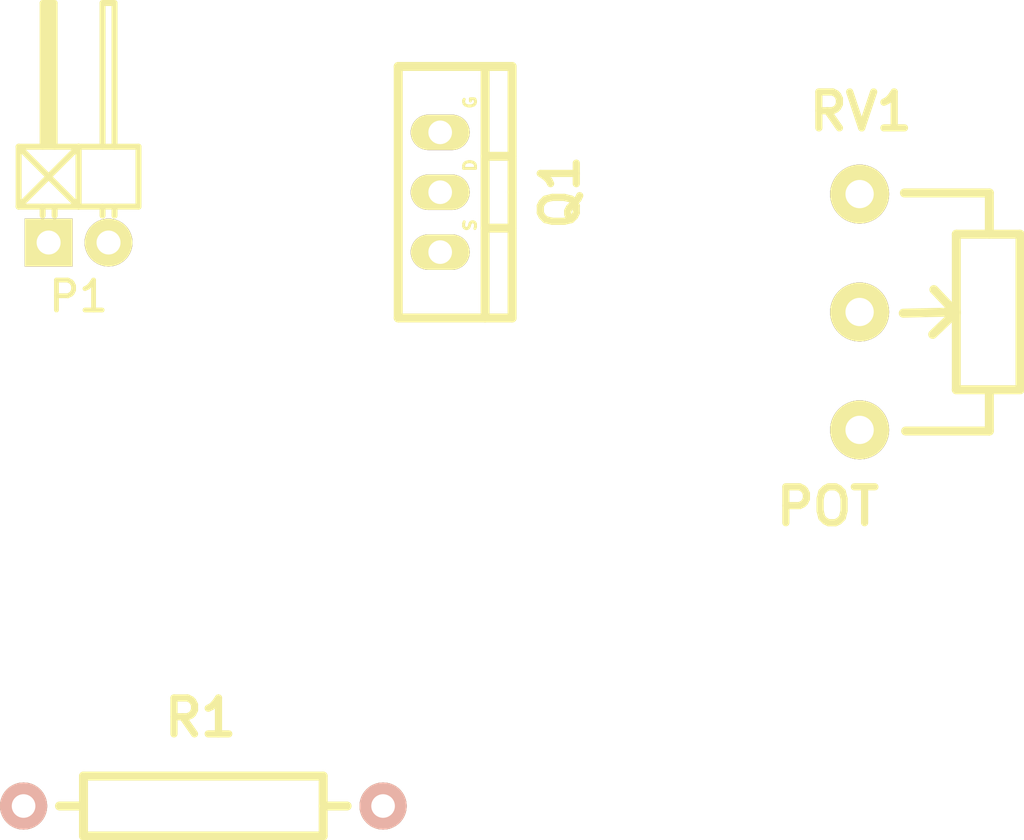
<source format=kicad_pcb>
(kicad_pcb (version 3) (host pcbnew "(2014-03-19 BZR 4756)-product")

  (general
    (links 6)
    (no_connects 6)
    (area 0 0 0 0)
    (thickness 1.6)
    (drawings 0)
    (tracks 0)
    (zones 0)
    (modules 4)
    (nets 5)
  )

  (page A4)
  (layers
    (15 F.Cu signal)
    (0 B.Cu signal)
    (16 B.Adhes user)
    (17 F.Adhes user)
    (18 B.Paste user)
    (19 F.Paste user)
    (20 B.SilkS user)
    (21 F.SilkS user)
    (22 B.Mask user)
    (23 F.Mask user)
    (24 Dwgs.User user)
    (25 Cmts.User user)
    (26 Eco1.User user)
    (27 Eco2.User user)
    (28 Edge.Cuts user)
  )

  (setup
    (last_trace_width 0.254)
    (trace_clearance 0.254)
    (zone_clearance 0.508)
    (zone_45_only no)
    (trace_min 0.254)
    (segment_width 0.2)
    (edge_width 0.15)
    (via_size 0.889)
    (via_drill 0.635)
    (via_min_size 0.889)
    (via_min_drill 0.508)
    (uvia_size 0.508)
    (uvia_drill 0.127)
    (uvias_allowed no)
    (uvia_min_size 0.508)
    (uvia_min_drill 0.127)
    (pcb_text_width 0.3)
    (pcb_text_size 1 1)
    (mod_edge_width 0.15)
    (mod_text_size 1 1)
    (mod_text_width 0.15)
    (pad_size 1 1)
    (pad_drill 0.6)
    (pad_to_mask_clearance 0)
    (aux_axis_origin 0 0)
    (visible_elements FFFFEF7F)
    (pcbplotparams
      (layerselection 3178497)
      (usegerberextensions true)
      (excludeedgelayer true)
      (linewidth 0.150000)
      (plotframeref false)
      (viasonmask false)
      (mode 1)
      (useauxorigin false)
      (hpglpennumber 1)
      (hpglpenspeed 20)
      (hpglpendiameter 15)
      (hpglpenoverlay 2)
      (psnegative false)
      (psa4output false)
      (plotreference true)
      (plotvalue true)
      (plotothertext true)
      (plotinvisibletext false)
      (padsonsilk false)
      (subtractmaskfromsilk false)
      (outputformat 1)
      (mirror false)
      (drillshape 1)
      (scaleselection 1)
      (outputdirectory ""))
  )

  (net 0 "")
  (net 1 GND)
  (net 2 +12V)
  (net 3 "Net-(Q1-PadD)")
  (net 4 "Net-(Q1-PadG)")

  (net_class Default "This is the default net class."
    (clearance 0.254)
    (trace_width 0.254)
    (via_dia 0.889)
    (via_drill 0.635)
    (uvia_dia 0.508)
    (uvia_drill 0.127)
    (add_net +12V)
    (add_net GND)
    (add_net "Net-(Q1-PadD)")
    (add_net "Net-(Q1-PadG)")
  )

  (module Pin_Headers:Pin_Header_Angled_1x02 (layer F.Cu) (tedit 53D11AAF) (tstamp 53D11ACD)
    (at 148.5011 105.0036)
    (descr "1 pin")
    (tags "CONN DEV")
    (path /53D11730)
    (fp_text reference P1 (at 0 2.286) (layer F.SilkS)
      (effects (font (size 1.27 1.27) (thickness 0.2032)))
    )
    (fp_text value CONN_2 (at 0 0) (layer F.SilkS) hide
      (effects (font (size 1.27 1.27) (thickness 0.2032)))
    )
    (fp_line (start 0 -4.064) (end -2.54 -1.524) (layer F.SilkS) (width 0.254))
    (fp_line (start -2.54 -4.064) (end 0 -1.524) (layer F.SilkS) (width 0.254))
    (fp_line (start -1.397 -4.191) (end -1.397 -10.033) (layer F.SilkS) (width 0.254))
    (fp_line (start -1.397 -10.033) (end -1.143 -10.033) (layer F.SilkS) (width 0.254))
    (fp_line (start -1.143 -10.033) (end -1.143 -4.191) (layer F.SilkS) (width 0.254))
    (fp_line (start -1.143 -4.191) (end -1.27 -4.191) (layer F.SilkS) (width 0.254))
    (fp_line (start -1.27 -4.191) (end -1.27 -10.033) (layer F.SilkS) (width 0.254))
    (fp_line (start -1.524 -1.524) (end -1.524 -1.143) (layer F.SilkS) (width 0.254))
    (fp_line (start -1.016 -1.524) (end -1.016 -1.143) (layer F.SilkS) (width 0.254))
    (fp_line (start 1.016 -1.524) (end 1.016 -1.143) (layer F.SilkS) (width 0.254))
    (fp_line (start 1.524 -1.524) (end 1.524 -1.143) (layer F.SilkS) (width 0.254))
    (fp_line (start -2.54 -1.524) (end -2.54 -4.064) (layer F.SilkS) (width 0.254))
    (fp_line (start 0 -1.524) (end 0 -4.064) (layer F.SilkS) (width 0.254))
    (fp_line (start 0 -1.524) (end 2.54 -1.524) (layer F.SilkS) (width 0.254))
    (fp_line (start 2.54 -1.524) (end 2.54 -4.064) (layer F.SilkS) (width 0.254))
    (fp_line (start 1.016 -4.064) (end 1.016 -10.16) (layer F.SilkS) (width 0.254))
    (fp_line (start 1.016 -10.16) (end 1.524 -10.16) (layer F.SilkS) (width 0.254))
    (fp_line (start 1.524 -10.16) (end 1.524 -4.064) (layer F.SilkS) (width 0.254))
    (fp_line (start 2.54 -4.064) (end 0 -4.064) (layer F.SilkS) (width 0.254))
    (fp_line (start 0 -4.064) (end -2.54 -4.064) (layer F.SilkS) (width 0.254))
    (fp_line (start -1.016 -10.16) (end -1.016 -4.064) (layer F.SilkS) (width 0.254))
    (fp_line (start -1.524 -10.16) (end -1.016 -10.16) (layer F.SilkS) (width 0.254))
    (fp_line (start -1.524 -4.064) (end -1.524 -10.16) (layer F.SilkS) (width 0.254))
    (fp_line (start 0 -1.524) (end 0 -4.064) (layer F.SilkS) (width 0.254))
    (fp_line (start -2.54 -1.524) (end 0 -1.524) (layer F.SilkS) (width 0.254))
    (pad 1 thru_hole rect (at -1.27 0) (size 2.032 2.032) (drill 1.016) (layers *.Cu *.Mask F.SilkS)
      (net 1 GND))
    (pad 2 thru_hole oval (at 1.27 0) (size 2.032 2.032) (drill 1.016) (layers *.Cu *.Mask F.SilkS)
      (net 2 +12V))
    (model Pin_Headers/Pin_Header_Angled_1x02.wrl
      (at (xyz 0 0 0))
      (scale (xyz 1 1 1))
      (rotate (xyz 0 0 0))
    )
  )

  (module Resistors_ThroughHole:Resistor_Horizontal_RM15mm (layer F.Cu) (tedit 53D11AAD) (tstamp 53D11AED)
    (at 153.67 128.905)
    (descr "Resistor, Axial, RM 15mm,")
    (tags "Resistor, Axial, RM 15mm,")
    (path /53D115A9)
    (fp_text reference R1 (at 0 -3.74904) (layer F.SilkS)
      (effects (font (thickness 0.3048)))
    )
    (fp_text value R (at 0 4.0005) (layer F.SilkS) hide
      (effects (font (size 1.50114 1.50114) (thickness 0.20066)))
    )
    (fp_line (start -4.96062 0) (end -5.97662 0) (layer F.SilkS) (width 0.381))
    (fp_line (start 5.19938 0) (end 6.21538 0) (layer F.SilkS) (width 0.381))
    (fp_line (start -4.96062 -1.27) (end 5.19938 -1.27) (layer F.SilkS) (width 0.381))
    (fp_line (start 5.19938 -1.27) (end 5.19938 1.27) (layer F.SilkS) (width 0.381))
    (fp_line (start 5.19938 1.27) (end -4.96062 1.27) (layer F.SilkS) (width 0.381))
    (fp_line (start -4.96062 1.27) (end -4.96062 -1.27) (layer F.SilkS) (width 0.381))
    (pad 1 thru_hole circle (at -7.50062 0) (size 1.99898 1.99898) (drill 1.00076) (layers *.Cu *.SilkS *.Mask)
      (net 2 +12V))
    (pad 2 thru_hole circle (at 7.73938 0) (size 1.99898 1.99898) (drill 1.00076) (layers *.Cu *.SilkS *.Mask)
      (net 3 "Net-(Q1-PadD)"))
  )

  (module Potentiometers:Potentiometer_WirePads (layer F.Cu) (tedit 53D11AAE) (tstamp 53D11AFF)
    (at 181.61 107.95)
    (descr "Potentiometer, Wire Pads only, RevA, 30 July 2010,")
    (tags "Potentiometer, Wire Pads only, RevA, 30 July 2010,")
    (path /53D115FA)
    (fp_text reference RV1 (at 0.0508 -8.49884) (layer F.SilkS)
      (effects (font (thickness 0.3048)))
    )
    (fp_text value POT (at -1.34874 8.24992) (layer F.SilkS)
      (effects (font (thickness 0.3048)))
    )
    (fp_line (start 5.4991 5.04952) (end 1.95072 5.04952) (layer F.SilkS) (width 0.381))
    (fp_line (start 5.4991 3.29946) (end 5.4991 5.04952) (layer F.SilkS) (width 0.381))
    (fp_line (start 5.4991 -3.29946) (end 5.4991 -5.04952) (layer F.SilkS) (width 0.381))
    (fp_line (start 5.4991 -5.04952) (end 1.89992 -5.04952) (layer F.SilkS) (width 0.381))
    (fp_line (start 4.09956 0) (end 1.84912 0.0508) (layer F.SilkS) (width 0.381))
    (fp_line (start 4.09956 0) (end 3.0988 0.94996) (layer F.SilkS) (width 0.381))
    (fp_line (start 4.09956 0.0508) (end 3.1496 -0.94996) (layer F.SilkS) (width 0.381))
    (fp_line (start 4.09956 -3.29946) (end 6.79958 -3.29946) (layer F.SilkS) (width 0.381))
    (fp_line (start 6.79958 -3.29946) (end 6.79958 3.29946) (layer F.SilkS) (width 0.381))
    (fp_line (start 6.79958 3.29946) (end 4.09956 3.29946) (layer F.SilkS) (width 0.381))
    (fp_line (start 4.09956 3.29946) (end 4.09956 -3.29946) (layer F.SilkS) (width 0.381))
    (pad 2 thru_hole circle (at 0 0) (size 2.49936 2.49936) (drill 1.19888) (layers *.Cu *.Mask F.SilkS)
      (net 4 "Net-(Q1-PadG)"))
    (pad 3 thru_hole circle (at 0 5.00126) (size 2.49936 2.49936) (drill 1.19888) (layers *.Cu *.Mask F.SilkS)
      (net 4 "Net-(Q1-PadG)"))
    (pad 1 thru_hole circle (at 0 -5.00126) (size 2.49936 2.49936) (drill 1.19888) (layers *.Cu *.Mask F.SilkS)
      (net 2 +12V))
  )

  (module Transistors_TO-220:TO-220_FET-GDS_Vertical (layer F.Cu) (tedit 53D11B2C) (tstamp 53D11B6B)
    (at 163.83 102.87 270)
    (descr "TO-220, FET-GDS, Vertical,")
    (tags "TO-220, FET-GDS, Vertical,")
    (path /53D11595)
    (fp_text reference Q1 (at 0 -5.08 270) (layer F.SilkS)
      (effects (font (thickness 0.3048)))
    )
    (fp_text value MOSFET_N (at 0 3.81 270) (layer F.SilkS) hide
      (effects (font (thickness 0.3048)))
    )
    (fp_text user S (at 1.397 -1.27 270) (layer F.SilkS)
      (effects (font (size 0.50038 0.50038) (thickness 0.12446)))
    )
    (fp_text user D (at -1.143 -1.27 270) (layer F.SilkS)
      (effects (font (size 0.50038 0.50038) (thickness 0.12446)))
    )
    (fp_text user G (at -3.81 -1.27 270) (layer F.SilkS)
      (effects (font (size 0.50038 0.50038) (thickness 0.12446)))
    )
    (fp_line (start -1.524 -3.048) (end -1.524 -1.905) (layer F.SilkS) (width 0.381))
    (fp_line (start 1.524 -3.048) (end 1.524 -1.905) (layer F.SilkS) (width 0.381))
    (fp_line (start 5.334 -1.905) (end 5.334 1.778) (layer F.SilkS) (width 0.381))
    (fp_line (start 5.334 1.778) (end -5.334 1.778) (layer F.SilkS) (width 0.381))
    (fp_line (start -5.334 1.778) (end -5.334 -1.905) (layer F.SilkS) (width 0.381))
    (fp_line (start 5.334 -3.048) (end 5.334 -1.905) (layer F.SilkS) (width 0.381))
    (fp_line (start 5.334 -1.905) (end -5.334 -1.905) (layer F.SilkS) (width 0.381))
    (fp_line (start -5.334 -1.905) (end -5.334 -3.048) (layer F.SilkS) (width 0.381))
    (fp_line (start 0 -3.048) (end -5.334 -3.048) (layer F.SilkS) (width 0.381))
    (fp_line (start 0 -3.048) (end 5.334 -3.048) (layer F.SilkS) (width 0.381))
    (pad D thru_hole oval (at 0 0) (size 2.49936 1.50114) (drill 1.00076) (layers *.Cu *.Mask F.SilkS)
      (net 3 "Net-(Q1-PadD)"))
    (pad G thru_hole oval (at -2.54 0) (size 2.49936 1.50114) (drill 1.00076) (layers *.Cu *.Mask F.SilkS)
      (net 4 "Net-(Q1-PadG)"))
    (pad S thru_hole oval (at 2.54 0) (size 2.49936 1.50114) (drill 1.00076) (layers *.Cu *.Mask F.SilkS)
      (net 1 GND))
    (model Transistor_TO-220_Wings3d_RevB_03Sep2012/TO220-vert_RevB_Faktor03937_03Sep2012.wrl
      (at (xyz 0 0 0))
      (scale (xyz 0.3937 0.3937 0.3937))
      (rotate (xyz 0 0 0))
    )
  )

)

</source>
